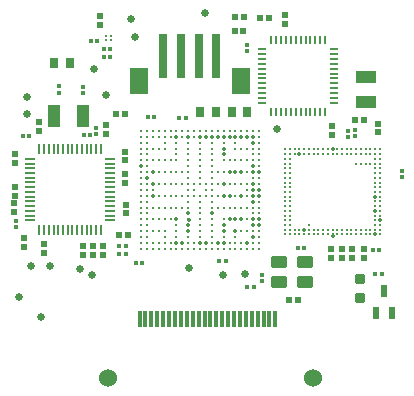
<source format=gbr>
G04*
G04 #@! TF.GenerationSoftware,Altium Limited,Altium Designer,24.6.1 (21)*
G04*
G04 Layer_Color=255*
%FSLAX44Y44*%
%MOMM*%
G71*
G04*
G04 #@! TF.SameCoordinates,46D9000B-954F-446C-B998-76B77EA3697B*
G04*
G04*
G04 #@! TF.FilePolarity,Positive*
G04*
G01*
G75*
%ADD21C,0.6350*%
G04:AMPARAMS|DCode=22|XSize=0.3048mm|YSize=0.3048mm|CornerRadius=0.0229mm|HoleSize=0mm|Usage=FLASHONLY|Rotation=180.000|XOffset=0mm|YOffset=0mm|HoleType=Round|Shape=RoundedRectangle|*
%AMROUNDEDRECTD22*
21,1,0.3048,0.2591,0,0,180.0*
21,1,0.2591,0.3048,0,0,180.0*
1,1,0.0457,-0.1295,0.1295*
1,1,0.0457,0.1295,0.1295*
1,1,0.0457,0.1295,-0.1295*
1,1,0.0457,-0.1295,-0.1295*
%
%ADD22ROUNDEDRECTD22*%
G04:AMPARAMS|DCode=23|XSize=0.8382mm|YSize=0.7112mm|CornerRadius=0.0711mm|HoleSize=0mm|Usage=FLASHONLY|Rotation=90.000|XOffset=0mm|YOffset=0mm|HoleType=Round|Shape=RoundedRectangle|*
%AMROUNDEDRECTD23*
21,1,0.8382,0.5690,0,0,90.0*
21,1,0.6960,0.7112,0,0,90.0*
1,1,0.1422,0.2845,0.3480*
1,1,0.1422,0.2845,-0.3480*
1,1,0.1422,-0.2845,-0.3480*
1,1,0.1422,-0.2845,0.3480*
%
%ADD23ROUNDEDRECTD23*%
G04:AMPARAMS|DCode=24|XSize=1.09mm|YSize=1.29mm|CornerRadius=0.1363mm|HoleSize=0mm|Usage=FLASHONLY|Rotation=90.000|XOffset=0mm|YOffset=0mm|HoleType=Round|Shape=RoundedRectangle|*
%AMROUNDEDRECTD24*
21,1,1.0900,1.0175,0,0,90.0*
21,1,0.8175,1.2900,0,0,90.0*
1,1,0.2725,0.5088,0.4088*
1,1,0.2725,0.5088,-0.4088*
1,1,0.2725,-0.5088,-0.4088*
1,1,0.2725,-0.5088,0.4088*
%
%ADD24ROUNDEDRECTD24*%
G04:AMPARAMS|DCode=25|XSize=0.4572mm|YSize=0.508mm|CornerRadius=0.0343mm|HoleSize=0mm|Usage=FLASHONLY|Rotation=180.000|XOffset=0mm|YOffset=0mm|HoleType=Round|Shape=RoundedRectangle|*
%AMROUNDEDRECTD25*
21,1,0.4572,0.4394,0,0,180.0*
21,1,0.3886,0.5080,0,0,180.0*
1,1,0.0686,-0.1943,0.2197*
1,1,0.0686,0.1943,0.2197*
1,1,0.0686,0.1943,-0.2197*
1,1,0.0686,-0.1943,-0.2197*
%
%ADD25ROUNDEDRECTD25*%
G04:AMPARAMS|DCode=26|XSize=0.508mm|YSize=0.4572mm|CornerRadius=0.0343mm|HoleSize=0mm|Usage=FLASHONLY|Rotation=180.000|XOffset=0mm|YOffset=0mm|HoleType=Round|Shape=RoundedRectangle|*
%AMROUNDEDRECTD26*
21,1,0.5080,0.3886,0,0,180.0*
21,1,0.4394,0.4572,0,0,180.0*
1,1,0.0686,-0.2197,0.1943*
1,1,0.0686,0.2197,0.1943*
1,1,0.0686,0.2197,-0.1943*
1,1,0.0686,-0.2197,-0.1943*
%
%ADD26ROUNDEDRECTD26*%
G04:AMPARAMS|DCode=27|XSize=0.3048mm|YSize=0.3048mm|CornerRadius=0.0229mm|HoleSize=0mm|Usage=FLASHONLY|Rotation=270.000|XOffset=0mm|YOffset=0mm|HoleType=Round|Shape=RoundedRectangle|*
%AMROUNDEDRECTD27*
21,1,0.3048,0.2591,0,0,270.0*
21,1,0.2591,0.3048,0,0,270.0*
1,1,0.0457,-0.1295,-0.1295*
1,1,0.0457,-0.1295,0.1295*
1,1,0.0457,0.1295,0.1295*
1,1,0.0457,0.1295,-0.1295*
%
%ADD27ROUNDEDRECTD27*%
%ADD28R,1.1000X1.9000*%
G04:AMPARAMS|DCode=29|XSize=0.4572mm|YSize=0.508mm|CornerRadius=0.0343mm|HoleSize=0mm|Usage=FLASHONLY|Rotation=270.000|XOffset=0mm|YOffset=0mm|HoleType=Round|Shape=RoundedRectangle|*
%AMROUNDEDRECTD29*
21,1,0.4572,0.4394,0,0,270.0*
21,1,0.3886,0.5080,0,0,270.0*
1,1,0.0686,-0.2197,-0.1943*
1,1,0.0686,-0.2197,0.1943*
1,1,0.0686,0.2197,0.1943*
1,1,0.0686,0.2197,-0.1943*
%
%ADD29ROUNDEDRECTD29*%
%ADD30R,0.2000X0.9000*%
%ADD31R,0.9000X0.2000*%
%ADD32C,0.2000*%
G04:AMPARAMS|DCode=33|XSize=0.508mm|YSize=0.4572mm|CornerRadius=0.0343mm|HoleSize=0mm|Usage=FLASHONLY|Rotation=90.000|XOffset=0mm|YOffset=0mm|HoleType=Round|Shape=RoundedRectangle|*
%AMROUNDEDRECTD33*
21,1,0.5080,0.3886,0,0,90.0*
21,1,0.4394,0.4572,0,0,90.0*
1,1,0.0686,0.1943,0.2197*
1,1,0.0686,0.1943,-0.2197*
1,1,0.0686,-0.1943,-0.2197*
1,1,0.0686,-0.1943,0.2197*
%
%ADD33ROUNDEDRECTD33*%
%ADD34R,0.5500X1.0000*%
%ADD35R,0.3000X1.4000*%
%ADD36R,0.7000X3.7000*%
%ADD37R,1.5000X2.3000*%
%ADD38C,0.2900*%
%ADD39R,1.7000X1.1000*%
%ADD40R,0.8000X0.2000*%
%ADD41R,0.2000X0.8000*%
G04:AMPARAMS|DCode=42|XSize=0.7874mm|YSize=0.8382mm|CornerRadius=0.0787mm|HoleSize=0mm|Usage=FLASHONLY|Rotation=0.000|XOffset=0mm|YOffset=0mm|HoleType=Round|Shape=RoundedRectangle|*
%AMROUNDEDRECTD42*
21,1,0.7874,0.6807,0,0,0.0*
21,1,0.6299,0.8382,0,0,0.0*
1,1,0.1575,0.3150,-0.3404*
1,1,0.1575,-0.3150,-0.3404*
1,1,0.1575,-0.3150,0.3404*
1,1,0.1575,0.3150,0.3404*
%
%ADD42ROUNDEDRECTD42*%
%ADD68C,1.5240*%
%ADD69C,0.3500*%
D21*
X84328Y189992D02*
D03*
X108966Y239522D02*
D03*
X105156Y254762D02*
D03*
X168148Y259080D02*
D03*
X228600Y161290D02*
D03*
X201676Y38608D02*
D03*
X183388Y37592D02*
D03*
X36576Y44958D02*
D03*
X28956Y2032D02*
D03*
X10414Y18796D02*
D03*
X20828Y45212D02*
D03*
X62230Y42672D02*
D03*
X72136Y37846D02*
D03*
X74168Y212344D02*
D03*
X154686Y43688D02*
D03*
X16764Y187960D02*
D03*
Y174244D02*
D03*
D22*
X43942Y197488D02*
D03*
Y192148D02*
D03*
X119759Y171196D02*
D03*
X125098D02*
D03*
X146174Y170688D02*
D03*
X151514D02*
D03*
X64770Y197234D02*
D03*
Y191894D02*
D03*
X75946Y162181D02*
D03*
Y156842D02*
D03*
X13841Y155448D02*
D03*
X19180D02*
D03*
X100714Y62484D02*
D03*
X95374D02*
D03*
X100714Y55118D02*
D03*
X95374D02*
D03*
X87760Y222250D02*
D03*
X82421D02*
D03*
X76329Y235712D02*
D03*
X70991D02*
D03*
X203708Y227454D02*
D03*
Y232794D02*
D03*
X310005Y58928D02*
D03*
X315343D02*
D03*
X312036Y38100D02*
D03*
X317376D02*
D03*
X215900Y32636D02*
D03*
Y37975D02*
D03*
X114937Y47752D02*
D03*
X109599D02*
D03*
D23*
X53340Y217170D02*
D03*
X40340D02*
D03*
X163934Y175514D02*
D03*
X176934D02*
D03*
X203350D02*
D03*
X190350D02*
D03*
D24*
X230908Y31478D02*
D03*
X252708Y48278D02*
D03*
X230908D02*
D03*
X252708Y31478D02*
D03*
D25*
X100015Y174244D02*
D03*
X92517D02*
D03*
X102301Y71120D02*
D03*
X94803D02*
D03*
X221935Y255016D02*
D03*
X214437D02*
D03*
X192847Y243840D02*
D03*
X200345D02*
D03*
X246573Y16764D02*
D03*
X239075D02*
D03*
X193101Y255778D02*
D03*
X200599D02*
D03*
D26*
X84074Y157033D02*
D03*
Y164531D02*
D03*
X100076Y134681D02*
D03*
Y142179D02*
D03*
X100838Y97221D02*
D03*
Y89723D02*
D03*
X79026Y249203D02*
D03*
Y256701D02*
D03*
X314452Y158303D02*
D03*
Y165801D02*
D03*
X275590Y156525D02*
D03*
Y164023D02*
D03*
X100330Y123129D02*
D03*
Y115631D02*
D03*
X302260Y59375D02*
D03*
Y51877D02*
D03*
X283464Y59375D02*
D03*
Y51877D02*
D03*
X274574Y59375D02*
D03*
Y51877D02*
D03*
X292608Y59375D02*
D03*
Y51877D02*
D03*
D27*
X65402Y156210D02*
D03*
X70742D02*
D03*
X87792Y228568D02*
D03*
X82452D02*
D03*
X294894Y160403D02*
D03*
Y155064D02*
D03*
X288798Y159895D02*
D03*
Y154557D02*
D03*
X246250Y60706D02*
D03*
X251590D02*
D03*
X8128Y83695D02*
D03*
Y78356D02*
D03*
X209172Y27686D02*
D03*
X203832D02*
D03*
X185296Y49276D02*
D03*
X179956D02*
D03*
X334264Y120774D02*
D03*
Y126114D02*
D03*
D28*
X39824Y172466D02*
D03*
X64824D02*
D03*
D29*
X27686Y167071D02*
D03*
Y159573D02*
D03*
X6858Y132395D02*
D03*
Y139893D02*
D03*
X14478Y61529D02*
D03*
Y69027D02*
D03*
X235204Y250251D02*
D03*
Y257749D02*
D03*
X72644Y54671D02*
D03*
Y62169D02*
D03*
X64516Y54671D02*
D03*
Y62169D02*
D03*
X31750Y56195D02*
D03*
Y63693D02*
D03*
X6858Y112207D02*
D03*
Y104709D02*
D03*
X5842Y98237D02*
D03*
Y90739D02*
D03*
X81534Y54671D02*
D03*
Y62169D02*
D03*
D30*
X79594Y143982D02*
D03*
X75594D02*
D03*
X71594D02*
D03*
X67594D02*
D03*
X63594D02*
D03*
X59594D02*
D03*
X55594D02*
D03*
X51594D02*
D03*
X47594D02*
D03*
X43594D02*
D03*
X39594D02*
D03*
X35594D02*
D03*
X31594D02*
D03*
X27594D02*
D03*
Y75982D02*
D03*
X31594D02*
D03*
X35594D02*
D03*
X39594D02*
D03*
X43594D02*
D03*
X47594D02*
D03*
X51594D02*
D03*
X55594D02*
D03*
X59594D02*
D03*
X63594D02*
D03*
X67594D02*
D03*
X71594D02*
D03*
X75594D02*
D03*
X79594D02*
D03*
D31*
X19594Y135982D02*
D03*
Y131982D02*
D03*
Y127982D02*
D03*
Y123982D02*
D03*
Y119982D02*
D03*
Y115982D02*
D03*
Y111982D02*
D03*
Y107982D02*
D03*
Y103982D02*
D03*
Y99982D02*
D03*
Y95982D02*
D03*
Y91982D02*
D03*
Y87982D02*
D03*
Y83982D02*
D03*
X87594D02*
D03*
Y87982D02*
D03*
Y91982D02*
D03*
Y95982D02*
D03*
Y99982D02*
D03*
Y103982D02*
D03*
Y107982D02*
D03*
Y111982D02*
D03*
Y115982D02*
D03*
Y119982D02*
D03*
Y123982D02*
D03*
Y127982D02*
D03*
Y131982D02*
D03*
Y135982D02*
D03*
D32*
X84392Y240220D02*
D03*
X88392D02*
D03*
X84392Y236220D02*
D03*
X88392D02*
D03*
X255844Y79950D02*
D03*
X307844Y131950D02*
D03*
X295844D02*
D03*
X299844D02*
D03*
X303844D02*
D03*
X235844Y135950D02*
D03*
Y107950D02*
D03*
Y115950D02*
D03*
Y127950D02*
D03*
Y139950D02*
D03*
Y143950D02*
D03*
X239844Y123950D02*
D03*
Y143950D02*
D03*
Y139950D02*
D03*
Y131950D02*
D03*
Y107950D02*
D03*
Y115950D02*
D03*
X247844Y143950D02*
D03*
Y139950D02*
D03*
X251844D02*
D03*
X255844Y143950D02*
D03*
Y139950D02*
D03*
X263844D02*
D03*
X235844Y71950D02*
D03*
Y99950D02*
D03*
Y91950D02*
D03*
Y87950D02*
D03*
Y83950D02*
D03*
Y79950D02*
D03*
Y75950D02*
D03*
X239844Y87950D02*
D03*
Y91950D02*
D03*
Y75950D02*
D03*
Y71950D02*
D03*
X247844D02*
D03*
Y75950D02*
D03*
X251844D02*
D03*
X255844Y71950D02*
D03*
Y75950D02*
D03*
X263844D02*
D03*
X267844Y71950D02*
D03*
Y143950D02*
D03*
X275844D02*
D03*
Y139950D02*
D03*
X279844Y143950D02*
D03*
Y139950D02*
D03*
X283844Y143950D02*
D03*
Y139950D02*
D03*
X287844Y143950D02*
D03*
Y139950D02*
D03*
X291844D02*
D03*
X295844D02*
D03*
X299844Y143950D02*
D03*
Y139950D02*
D03*
X303844Y143950D02*
D03*
Y139950D02*
D03*
X307844Y143950D02*
D03*
Y139950D02*
D03*
X311844Y143950D02*
D03*
Y139950D02*
D03*
Y135950D02*
D03*
Y131950D02*
D03*
Y127950D02*
D03*
X315844Y143950D02*
D03*
Y139950D02*
D03*
Y135950D02*
D03*
Y131950D02*
D03*
Y127950D02*
D03*
X275844Y71950D02*
D03*
Y75950D02*
D03*
X279844Y71950D02*
D03*
Y75950D02*
D03*
X283844D02*
D03*
Y71950D02*
D03*
X287844D02*
D03*
Y75950D02*
D03*
X291844D02*
D03*
Y71950D02*
D03*
X295844Y75950D02*
D03*
Y71950D02*
D03*
X299844D02*
D03*
Y75950D02*
D03*
X311844Y123950D02*
D03*
X315844D02*
D03*
Y115950D02*
D03*
X311844Y111950D02*
D03*
Y107950D02*
D03*
Y103950D02*
D03*
X315844D02*
D03*
Y95950D02*
D03*
X311844Y91950D02*
D03*
X315844Y87950D02*
D03*
X311844Y83950D02*
D03*
X315844D02*
D03*
X303844Y75950D02*
D03*
X307844D02*
D03*
X311844D02*
D03*
X315844D02*
D03*
X303844Y71950D02*
D03*
X307844D02*
D03*
X311844D02*
D03*
X315844D02*
D03*
Y79950D02*
D03*
X291844Y143950D02*
D03*
X295844D02*
D03*
X239844Y103950D02*
D03*
X311844Y79950D02*
D03*
Y87950D02*
D03*
Y95950D02*
D03*
Y99950D02*
D03*
Y115950D02*
D03*
Y119950D02*
D03*
X315844Y91950D02*
D03*
Y99950D02*
D03*
Y111950D02*
D03*
Y119950D02*
D03*
X259844Y143950D02*
D03*
Y139950D02*
D03*
Y71950D02*
D03*
Y75950D02*
D03*
X235844Y103950D02*
D03*
X239844Y99950D02*
D03*
X235844Y131950D02*
D03*
X239844Y135950D02*
D03*
X243844Y139950D02*
D03*
Y143950D02*
D03*
X263844D02*
D03*
X267844Y139950D02*
D03*
X271844D02*
D03*
Y143950D02*
D03*
X239844Y83950D02*
D03*
Y79950D02*
D03*
X243844Y75950D02*
D03*
Y71950D02*
D03*
X263844D02*
D03*
X267844Y75950D02*
D03*
X271844D02*
D03*
Y71950D02*
D03*
X251844Y143950D02*
D03*
Y71950D02*
D03*
X235844Y111950D02*
D03*
X239844D02*
D03*
Y127950D02*
D03*
X235844Y123950D02*
D03*
Y119950D02*
D03*
X239844D02*
D03*
Y95950D02*
D03*
X235844D02*
D03*
X315844Y107950D02*
D03*
D33*
X302199Y168656D02*
D03*
X294701D02*
D03*
D34*
X319278Y24486D02*
D03*
X325778Y5486D02*
D03*
X312778D02*
D03*
D35*
X157466Y762D02*
D03*
X152466D02*
D03*
X147466D02*
D03*
X142466D02*
D03*
X137466D02*
D03*
X132466D02*
D03*
X127466D02*
D03*
X122466D02*
D03*
X117466D02*
D03*
X112466D02*
D03*
X162466D02*
D03*
X167466D02*
D03*
X172466D02*
D03*
X177466D02*
D03*
X182466D02*
D03*
X187466D02*
D03*
X192466D02*
D03*
X197466D02*
D03*
X202466D02*
D03*
X207466D02*
D03*
X212466D02*
D03*
X217466D02*
D03*
X222466D02*
D03*
X227466D02*
D03*
D36*
X177574Y223266D02*
D03*
X162574D02*
D03*
X147574D02*
D03*
X132574D02*
D03*
D37*
X198074Y202266D02*
D03*
X112074D02*
D03*
D38*
X113670Y59742D02*
D03*
Y64742D02*
D03*
Y159742D02*
D03*
X118670Y59742D02*
D03*
Y64742D02*
D03*
X123670Y59742D02*
D03*
Y64742D02*
D03*
Y74742D02*
D03*
Y84742D02*
D03*
Y94742D02*
D03*
Y104742D02*
D03*
Y114742D02*
D03*
Y124742D02*
D03*
Y134742D02*
D03*
Y144742D02*
D03*
X128670Y59742D02*
D03*
Y64742D02*
D03*
X133670Y59742D02*
D03*
Y64742D02*
D03*
Y69742D02*
D03*
Y149742D02*
D03*
X138670Y59742D02*
D03*
Y64742D02*
D03*
Y154742D02*
D03*
Y159742D02*
D03*
X143670Y59742D02*
D03*
Y64742D02*
D03*
Y69742D02*
D03*
Y79742D02*
D03*
Y94742D02*
D03*
Y114742D02*
D03*
Y139742D02*
D03*
Y144742D02*
D03*
Y149742D02*
D03*
X148670Y64742D02*
D03*
Y94742D02*
D03*
Y104742D02*
D03*
Y114742D02*
D03*
Y124742D02*
D03*
Y154742D02*
D03*
X153670Y59742D02*
D03*
Y64742D02*
D03*
Y69742D02*
D03*
Y74742D02*
D03*
Y79742D02*
D03*
Y84742D02*
D03*
Y94742D02*
D03*
Y124742D02*
D03*
Y139742D02*
D03*
Y149742D02*
D03*
X158670Y59742D02*
D03*
Y64742D02*
D03*
Y109742D02*
D03*
X163670Y59742D02*
D03*
Y64742D02*
D03*
Y69742D02*
D03*
Y74742D02*
D03*
Y79742D02*
D03*
Y84742D02*
D03*
Y89742D02*
D03*
Y94742D02*
D03*
Y124742D02*
D03*
Y129742D02*
D03*
Y149742D02*
D03*
X168670Y59742D02*
D03*
Y64742D02*
D03*
Y109742D02*
D03*
X173670Y59742D02*
D03*
Y64742D02*
D03*
Y69742D02*
D03*
Y74742D02*
D03*
Y79742D02*
D03*
Y84742D02*
D03*
Y94742D02*
D03*
Y124742D02*
D03*
Y149742D02*
D03*
X178670Y64742D02*
D03*
Y94742D02*
D03*
Y104742D02*
D03*
Y114742D02*
D03*
Y124742D02*
D03*
X183670Y59742D02*
D03*
Y64742D02*
D03*
Y69742D02*
D03*
Y104742D02*
D03*
Y124742D02*
D03*
Y149742D02*
D03*
X193670Y69742D02*
D03*
Y149742D02*
D03*
X198670Y94742D02*
D03*
X203670Y74742D02*
D03*
Y84742D02*
D03*
Y94742D02*
D03*
Y104742D02*
D03*
Y114742D02*
D03*
Y124742D02*
D03*
Y134742D02*
D03*
Y144742D02*
D03*
X208670Y64742D02*
D03*
Y79742D02*
D03*
X213670Y59742D02*
D03*
Y79742D02*
D03*
Y159742D02*
D03*
X208670Y69742D02*
D03*
X213670Y64742D02*
D03*
X188670Y104742D02*
D03*
X198670Y114742D02*
D03*
X213670D02*
D03*
X188670Y134742D02*
D03*
X193670D02*
D03*
X208670D02*
D03*
X198670D02*
D03*
X203670Y109742D02*
D03*
X208670Y119742D02*
D03*
X198670Y84742D02*
D03*
X128670Y134742D02*
D03*
X133670D02*
D03*
X138670D02*
D03*
X113670Y129742D02*
D03*
X138670Y104742D02*
D03*
X123670Y109742D02*
D03*
X118670Y129742D02*
D03*
X113670Y144742D02*
D03*
X118670Y139742D02*
D03*
Y144742D02*
D03*
X113670Y134742D02*
D03*
X118670D02*
D03*
X113670Y139742D02*
D03*
Y104742D02*
D03*
X118670Y94742D02*
D03*
X113670Y99742D02*
D03*
X118670D02*
D03*
X113670Y94742D02*
D03*
Y89742D02*
D03*
X118670Y104742D02*
D03*
X128670Y124742D02*
D03*
X118670Y119742D02*
D03*
X163670Y144742D02*
D03*
X133670Y94742D02*
D03*
X128670Y104742D02*
D03*
X138670Y94742D02*
D03*
X133670Y104742D02*
D03*
X128670Y94742D02*
D03*
X193670D02*
D03*
X143670Y104742D02*
D03*
Y134742D02*
D03*
X153670Y129742D02*
D03*
Y134742D02*
D03*
X163670D02*
D03*
X173670Y129742D02*
D03*
Y134742D02*
D03*
X183670D02*
D03*
X213670Y84742D02*
D03*
X133670Y159742D02*
D03*
X198670Y104742D02*
D03*
X193670Y74742D02*
D03*
X198670Y64742D02*
D03*
X203670Y59742D02*
D03*
X198670D02*
D03*
Y74742D02*
D03*
X213670Y124742D02*
D03*
X208670D02*
D03*
X193670D02*
D03*
X188670D02*
D03*
X198670D02*
D03*
X188670Y114742D02*
D03*
X213670Y129742D02*
D03*
X208670D02*
D03*
X113670Y109742D02*
D03*
X118670Y114742D02*
D03*
X138670D02*
D03*
X133670D02*
D03*
X118670Y109742D02*
D03*
X113670Y114742D02*
D03*
Y119742D02*
D03*
X128670Y114742D02*
D03*
X133670Y124742D02*
D03*
X118670D02*
D03*
X138670D02*
D03*
X143670D02*
D03*
X118670Y69742D02*
D03*
Y79742D02*
D03*
X113670D02*
D03*
X128670Y74742D02*
D03*
X113670D02*
D03*
X133670D02*
D03*
Y84742D02*
D03*
X128670D02*
D03*
X113670D02*
D03*
X118670D02*
D03*
Y89742D02*
D03*
X113670Y69742D02*
D03*
X138670Y84742D02*
D03*
X118670Y74742D02*
D03*
X213670Y139742D02*
D03*
Y144742D02*
D03*
Y134742D02*
D03*
X208670Y139742D02*
D03*
X153670Y144742D02*
D03*
X128670Y154742D02*
D03*
X133670Y144742D02*
D03*
X128670Y159742D02*
D03*
X208670D02*
D03*
X203670Y154742D02*
D03*
X183670D02*
D03*
X188670Y159742D02*
D03*
X208670Y154742D02*
D03*
X178670D02*
D03*
X153670D02*
D03*
X173670Y144742D02*
D03*
Y139742D02*
D03*
X153670Y159742D02*
D03*
X148670D02*
D03*
X133670Y154742D02*
D03*
X183670Y139742D02*
D03*
X123670Y154742D02*
D03*
X128670Y144742D02*
D03*
X198670D02*
D03*
X183670D02*
D03*
X113670Y149742D02*
D03*
X143670Y159742D02*
D03*
Y154742D02*
D03*
X123670Y159742D02*
D03*
X193670Y144742D02*
D03*
X163670Y154742D02*
D03*
X158670D02*
D03*
X163670Y159742D02*
D03*
X158670D02*
D03*
X118670D02*
D03*
X163670Y139742D02*
D03*
X118670Y154742D02*
D03*
X113670D02*
D03*
X118670Y149742D02*
D03*
X208670Y89742D02*
D03*
Y94742D02*
D03*
Y104742D02*
D03*
Y109742D02*
D03*
X213670Y89742D02*
D03*
Y94742D02*
D03*
Y104742D02*
D03*
Y109742D02*
D03*
X208670Y99742D02*
D03*
X213670D02*
D03*
X188670Y59742D02*
D03*
X193670D02*
D03*
X188670Y64742D02*
D03*
X193670D02*
D03*
Y104742D02*
D03*
X208670Y114742D02*
D03*
X183670Y79742D02*
D03*
X188670Y84742D02*
D03*
X183670Y74742D02*
D03*
Y84742D02*
D03*
X153670Y99742D02*
D03*
Y104742D02*
D03*
Y109742D02*
D03*
Y114742D02*
D03*
Y119742D02*
D03*
X158670Y104742D02*
D03*
Y114742D02*
D03*
X163670Y99742D02*
D03*
Y104742D02*
D03*
Y114742D02*
D03*
Y119742D02*
D03*
X168670Y104742D02*
D03*
Y114742D02*
D03*
X173670Y99742D02*
D03*
Y104742D02*
D03*
Y109742D02*
D03*
Y114742D02*
D03*
Y119742D02*
D03*
X143670Y84742D02*
D03*
X153670Y89742D02*
D03*
X183670Y114742D02*
D03*
X188670Y94742D02*
D03*
X193670Y84742D02*
D03*
X208670Y74742D02*
D03*
X113670Y124742D02*
D03*
X213670Y69742D02*
D03*
Y74742D02*
D03*
X143670D02*
D03*
X173670Y89742D02*
D03*
X208670Y84742D02*
D03*
X193670Y114742D02*
D03*
X213670Y119742D02*
D03*
X183670Y94742D02*
D03*
X178670Y59742D02*
D03*
X203670Y64742D02*
D03*
X208670Y59742D02*
D03*
X193670Y159742D02*
D03*
X188670Y154742D02*
D03*
X168670D02*
D03*
Y159742D02*
D03*
X173670Y154742D02*
D03*
Y159742D02*
D03*
X178670D02*
D03*
X183670D02*
D03*
X198670Y154742D02*
D03*
X203670Y159742D02*
D03*
X198670D02*
D03*
X193670Y154742D02*
D03*
X208670Y144742D02*
D03*
X213670Y149742D02*
D03*
Y154742D02*
D03*
X208670Y149742D02*
D03*
X148670Y59742D02*
D03*
D39*
X303784Y184064D02*
D03*
Y205064D02*
D03*
D40*
X276791Y229108D02*
D03*
Y183134D02*
D03*
Y187314D02*
D03*
Y191493D02*
D03*
Y195672D02*
D03*
Y199852D02*
D03*
Y204032D02*
D03*
Y208211D02*
D03*
Y212390D02*
D03*
Y216569D02*
D03*
Y220749D02*
D03*
Y224929D02*
D03*
X216339Y183134D02*
D03*
Y229108D02*
D03*
Y224929D02*
D03*
Y220749D02*
D03*
Y216569D02*
D03*
Y212390D02*
D03*
Y208211D02*
D03*
Y204032D02*
D03*
Y199852D02*
D03*
Y195672D02*
D03*
Y191493D02*
D03*
Y187314D02*
D03*
D41*
X223705Y236474D02*
D03*
X269679D02*
D03*
X265499D02*
D03*
X261320D02*
D03*
X257141D02*
D03*
X252961D02*
D03*
X248781D02*
D03*
X244602D02*
D03*
X240423D02*
D03*
X236243D02*
D03*
X232064D02*
D03*
X227884D02*
D03*
X269679Y175768D02*
D03*
X223705D02*
D03*
X227884D02*
D03*
X232064D02*
D03*
X236243D02*
D03*
X240423D02*
D03*
X244602D02*
D03*
X248781D02*
D03*
X252961D02*
D03*
X257141D02*
D03*
X261320D02*
D03*
X265499D02*
D03*
D42*
X298958Y33911D02*
D03*
Y18412D02*
D03*
D68*
X259386Y-49200D02*
D03*
X85386D02*
D03*
D69*
X276098Y70934D02*
D03*
X183670Y64742D02*
D03*
Y74742D02*
D03*
X123416Y104742D02*
D03*
X251844Y75950D02*
D03*
X275844Y143950D02*
D03*
X183670Y114742D02*
D03*
X123670Y124742D02*
D03*
Y114742D02*
D03*
X247844Y139950D02*
D03*
X311844Y103950D02*
D03*
Y71950D02*
D03*
X315844Y83950D02*
D03*
X311844Y91950D02*
D03*
X203670Y64742D02*
D03*
X173670Y89742D02*
D03*
X208670Y99742D02*
D03*
X198628Y104902D02*
D03*
X208670Y109742D02*
D03*
Y104742D02*
D03*
X213670D02*
D03*
Y109742D02*
D03*
X153670Y74742D02*
D03*
X183670Y144742D02*
D03*
X143670Y64742D02*
D03*
Y84742D02*
D03*
X118670Y119742D02*
D03*
X113670Y129742D02*
D03*
X143670Y154742D02*
D03*
X183670Y104742D02*
D03*
X153670Y79742D02*
D03*
X154686Y84582D02*
D03*
X153670Y89742D02*
D03*
X208670Y114742D02*
D03*
Y129742D02*
D03*
X213670Y124742D02*
D03*
X208670D02*
D03*
X198670D02*
D03*
X193670D02*
D03*
X188670D02*
D03*
X183670Y139742D02*
D03*
X208670Y149742D02*
D03*
Y154742D02*
D03*
X203670D02*
D03*
X198670D02*
D03*
X173670D02*
D03*
X193670D02*
D03*
X188670D02*
D03*
X183670D02*
D03*
X178670D02*
D03*
X168670D02*
D03*
X163670D02*
D03*
X153670D02*
D03*
X208670Y69742D02*
D03*
X213670Y79742D02*
D03*
X208670D02*
D03*
X213670Y84742D02*
D03*
X208670D02*
D03*
X188670Y104742D02*
D03*
X198670Y84742D02*
D03*
X188670D02*
D03*
X193670D02*
D03*
Y74742D02*
D03*
X178670Y64742D02*
D03*
X183670Y79742D02*
D03*
X168670Y64742D02*
D03*
X163670D02*
D03*
X148670D02*
D03*
M02*

</source>
